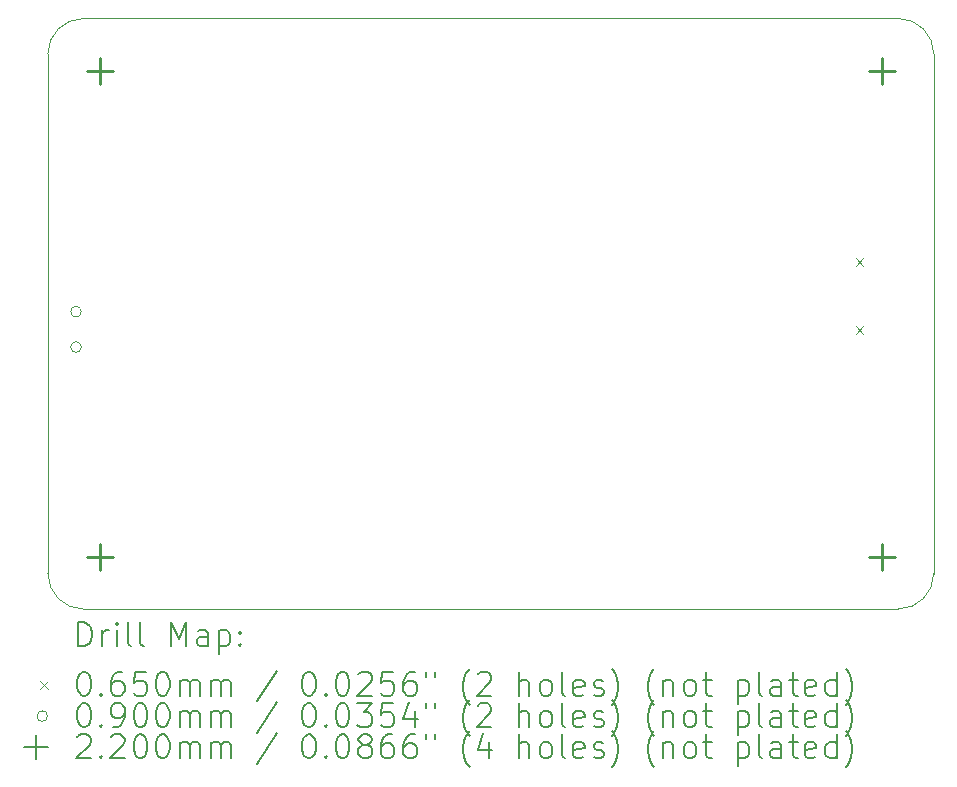
<source format=gbr>
%TF.GenerationSoftware,KiCad,Pcbnew,9.0.4*%
%TF.CreationDate,2025-10-31T21:14:42-06:00*%
%TF.ProjectId,tutorial,7475746f-7269-4616-9c2e-6b696361645f,rev?*%
%TF.SameCoordinates,Original*%
%TF.FileFunction,Drillmap*%
%TF.FilePolarity,Positive*%
%FSLAX45Y45*%
G04 Gerber Fmt 4.5, Leading zero omitted, Abs format (unit mm)*
G04 Created by KiCad (PCBNEW 9.0.4) date 2025-10-31 21:14:42*
%MOMM*%
%LPD*%
G01*
G04 APERTURE LIST*
%ADD10C,0.050000*%
%ADD11C,0.200000*%
%ADD12C,0.100000*%
%ADD13C,0.220000*%
G04 APERTURE END LIST*
D10*
X5900000Y-12650000D02*
X12800000Y-12650000D01*
X5900000Y-7650000D02*
X12800000Y-7650000D01*
X5900000Y-12650000D02*
G75*
G02*
X5600000Y-12350000I0J300000D01*
G01*
X13100000Y-12350000D02*
X13100000Y-7950000D01*
X5600000Y-7950000D02*
G75*
G02*
X5900000Y-7650000I300000J0D01*
G01*
X5600000Y-12350000D02*
X5600000Y-7950000D01*
X12800000Y-7650000D02*
G75*
G02*
X13100000Y-7950000I0J-300000D01*
G01*
X13100000Y-12350000D02*
G75*
G02*
X12800000Y-12650000I-300000J0D01*
G01*
D11*
D12*
X12438500Y-9679500D02*
X12503500Y-9744500D01*
X12503500Y-9679500D02*
X12438500Y-9744500D01*
X12438500Y-10257500D02*
X12503500Y-10322500D01*
X12503500Y-10257500D02*
X12438500Y-10322500D01*
X5883000Y-10132000D02*
G75*
G02*
X5793000Y-10132000I-45000J0D01*
G01*
X5793000Y-10132000D02*
G75*
G02*
X5883000Y-10132000I45000J0D01*
G01*
X5883000Y-10432000D02*
G75*
G02*
X5793000Y-10432000I-45000J0D01*
G01*
X5793000Y-10432000D02*
G75*
G02*
X5883000Y-10432000I45000J0D01*
G01*
D13*
X6041421Y-7981421D02*
X6041421Y-8201421D01*
X5931421Y-8091421D02*
X6151421Y-8091421D01*
X6041421Y-12098579D02*
X6041421Y-12318579D01*
X5931421Y-12208579D02*
X6151421Y-12208579D01*
X12658579Y-7981421D02*
X12658579Y-8201421D01*
X12548579Y-8091421D02*
X12768579Y-8091421D01*
X12658579Y-12098579D02*
X12658579Y-12318579D01*
X12548579Y-12208579D02*
X12768579Y-12208579D01*
D11*
X5858277Y-12963984D02*
X5858277Y-12763984D01*
X5858277Y-12763984D02*
X5905896Y-12763984D01*
X5905896Y-12763984D02*
X5934467Y-12773508D01*
X5934467Y-12773508D02*
X5953515Y-12792555D01*
X5953515Y-12792555D02*
X5963039Y-12811603D01*
X5963039Y-12811603D02*
X5972562Y-12849698D01*
X5972562Y-12849698D02*
X5972562Y-12878269D01*
X5972562Y-12878269D02*
X5963039Y-12916365D01*
X5963039Y-12916365D02*
X5953515Y-12935412D01*
X5953515Y-12935412D02*
X5934467Y-12954460D01*
X5934467Y-12954460D02*
X5905896Y-12963984D01*
X5905896Y-12963984D02*
X5858277Y-12963984D01*
X6058277Y-12963984D02*
X6058277Y-12830650D01*
X6058277Y-12868746D02*
X6067801Y-12849698D01*
X6067801Y-12849698D02*
X6077324Y-12840174D01*
X6077324Y-12840174D02*
X6096372Y-12830650D01*
X6096372Y-12830650D02*
X6115420Y-12830650D01*
X6182086Y-12963984D02*
X6182086Y-12830650D01*
X6182086Y-12763984D02*
X6172562Y-12773508D01*
X6172562Y-12773508D02*
X6182086Y-12783031D01*
X6182086Y-12783031D02*
X6191610Y-12773508D01*
X6191610Y-12773508D02*
X6182086Y-12763984D01*
X6182086Y-12763984D02*
X6182086Y-12783031D01*
X6305896Y-12963984D02*
X6286848Y-12954460D01*
X6286848Y-12954460D02*
X6277324Y-12935412D01*
X6277324Y-12935412D02*
X6277324Y-12763984D01*
X6410658Y-12963984D02*
X6391610Y-12954460D01*
X6391610Y-12954460D02*
X6382086Y-12935412D01*
X6382086Y-12935412D02*
X6382086Y-12763984D01*
X6639229Y-12963984D02*
X6639229Y-12763984D01*
X6639229Y-12763984D02*
X6705896Y-12906841D01*
X6705896Y-12906841D02*
X6772562Y-12763984D01*
X6772562Y-12763984D02*
X6772562Y-12963984D01*
X6953515Y-12963984D02*
X6953515Y-12859222D01*
X6953515Y-12859222D02*
X6943991Y-12840174D01*
X6943991Y-12840174D02*
X6924943Y-12830650D01*
X6924943Y-12830650D02*
X6886848Y-12830650D01*
X6886848Y-12830650D02*
X6867801Y-12840174D01*
X6953515Y-12954460D02*
X6934467Y-12963984D01*
X6934467Y-12963984D02*
X6886848Y-12963984D01*
X6886848Y-12963984D02*
X6867801Y-12954460D01*
X6867801Y-12954460D02*
X6858277Y-12935412D01*
X6858277Y-12935412D02*
X6858277Y-12916365D01*
X6858277Y-12916365D02*
X6867801Y-12897317D01*
X6867801Y-12897317D02*
X6886848Y-12887793D01*
X6886848Y-12887793D02*
X6934467Y-12887793D01*
X6934467Y-12887793D02*
X6953515Y-12878269D01*
X7048753Y-12830650D02*
X7048753Y-13030650D01*
X7048753Y-12840174D02*
X7067801Y-12830650D01*
X7067801Y-12830650D02*
X7105896Y-12830650D01*
X7105896Y-12830650D02*
X7124943Y-12840174D01*
X7124943Y-12840174D02*
X7134467Y-12849698D01*
X7134467Y-12849698D02*
X7143991Y-12868746D01*
X7143991Y-12868746D02*
X7143991Y-12925888D01*
X7143991Y-12925888D02*
X7134467Y-12944936D01*
X7134467Y-12944936D02*
X7124943Y-12954460D01*
X7124943Y-12954460D02*
X7105896Y-12963984D01*
X7105896Y-12963984D02*
X7067801Y-12963984D01*
X7067801Y-12963984D02*
X7048753Y-12954460D01*
X7229705Y-12944936D02*
X7239229Y-12954460D01*
X7239229Y-12954460D02*
X7229705Y-12963984D01*
X7229705Y-12963984D02*
X7220182Y-12954460D01*
X7220182Y-12954460D02*
X7229705Y-12944936D01*
X7229705Y-12944936D02*
X7229705Y-12963984D01*
X7229705Y-12840174D02*
X7239229Y-12849698D01*
X7239229Y-12849698D02*
X7229705Y-12859222D01*
X7229705Y-12859222D02*
X7220182Y-12849698D01*
X7220182Y-12849698D02*
X7229705Y-12840174D01*
X7229705Y-12840174D02*
X7229705Y-12859222D01*
D12*
X5532500Y-13260000D02*
X5597500Y-13325000D01*
X5597500Y-13260000D02*
X5532500Y-13325000D01*
D11*
X5896372Y-13183984D02*
X5915420Y-13183984D01*
X5915420Y-13183984D02*
X5934467Y-13193508D01*
X5934467Y-13193508D02*
X5943991Y-13203031D01*
X5943991Y-13203031D02*
X5953515Y-13222079D01*
X5953515Y-13222079D02*
X5963039Y-13260174D01*
X5963039Y-13260174D02*
X5963039Y-13307793D01*
X5963039Y-13307793D02*
X5953515Y-13345888D01*
X5953515Y-13345888D02*
X5943991Y-13364936D01*
X5943991Y-13364936D02*
X5934467Y-13374460D01*
X5934467Y-13374460D02*
X5915420Y-13383984D01*
X5915420Y-13383984D02*
X5896372Y-13383984D01*
X5896372Y-13383984D02*
X5877324Y-13374460D01*
X5877324Y-13374460D02*
X5867801Y-13364936D01*
X5867801Y-13364936D02*
X5858277Y-13345888D01*
X5858277Y-13345888D02*
X5848753Y-13307793D01*
X5848753Y-13307793D02*
X5848753Y-13260174D01*
X5848753Y-13260174D02*
X5858277Y-13222079D01*
X5858277Y-13222079D02*
X5867801Y-13203031D01*
X5867801Y-13203031D02*
X5877324Y-13193508D01*
X5877324Y-13193508D02*
X5896372Y-13183984D01*
X6048753Y-13364936D02*
X6058277Y-13374460D01*
X6058277Y-13374460D02*
X6048753Y-13383984D01*
X6048753Y-13383984D02*
X6039229Y-13374460D01*
X6039229Y-13374460D02*
X6048753Y-13364936D01*
X6048753Y-13364936D02*
X6048753Y-13383984D01*
X6229705Y-13183984D02*
X6191610Y-13183984D01*
X6191610Y-13183984D02*
X6172562Y-13193508D01*
X6172562Y-13193508D02*
X6163039Y-13203031D01*
X6163039Y-13203031D02*
X6143991Y-13231603D01*
X6143991Y-13231603D02*
X6134467Y-13269698D01*
X6134467Y-13269698D02*
X6134467Y-13345888D01*
X6134467Y-13345888D02*
X6143991Y-13364936D01*
X6143991Y-13364936D02*
X6153515Y-13374460D01*
X6153515Y-13374460D02*
X6172562Y-13383984D01*
X6172562Y-13383984D02*
X6210658Y-13383984D01*
X6210658Y-13383984D02*
X6229705Y-13374460D01*
X6229705Y-13374460D02*
X6239229Y-13364936D01*
X6239229Y-13364936D02*
X6248753Y-13345888D01*
X6248753Y-13345888D02*
X6248753Y-13298269D01*
X6248753Y-13298269D02*
X6239229Y-13279222D01*
X6239229Y-13279222D02*
X6229705Y-13269698D01*
X6229705Y-13269698D02*
X6210658Y-13260174D01*
X6210658Y-13260174D02*
X6172562Y-13260174D01*
X6172562Y-13260174D02*
X6153515Y-13269698D01*
X6153515Y-13269698D02*
X6143991Y-13279222D01*
X6143991Y-13279222D02*
X6134467Y-13298269D01*
X6429705Y-13183984D02*
X6334467Y-13183984D01*
X6334467Y-13183984D02*
X6324943Y-13279222D01*
X6324943Y-13279222D02*
X6334467Y-13269698D01*
X6334467Y-13269698D02*
X6353515Y-13260174D01*
X6353515Y-13260174D02*
X6401134Y-13260174D01*
X6401134Y-13260174D02*
X6420182Y-13269698D01*
X6420182Y-13269698D02*
X6429705Y-13279222D01*
X6429705Y-13279222D02*
X6439229Y-13298269D01*
X6439229Y-13298269D02*
X6439229Y-13345888D01*
X6439229Y-13345888D02*
X6429705Y-13364936D01*
X6429705Y-13364936D02*
X6420182Y-13374460D01*
X6420182Y-13374460D02*
X6401134Y-13383984D01*
X6401134Y-13383984D02*
X6353515Y-13383984D01*
X6353515Y-13383984D02*
X6334467Y-13374460D01*
X6334467Y-13374460D02*
X6324943Y-13364936D01*
X6563039Y-13183984D02*
X6582086Y-13183984D01*
X6582086Y-13183984D02*
X6601134Y-13193508D01*
X6601134Y-13193508D02*
X6610658Y-13203031D01*
X6610658Y-13203031D02*
X6620182Y-13222079D01*
X6620182Y-13222079D02*
X6629705Y-13260174D01*
X6629705Y-13260174D02*
X6629705Y-13307793D01*
X6629705Y-13307793D02*
X6620182Y-13345888D01*
X6620182Y-13345888D02*
X6610658Y-13364936D01*
X6610658Y-13364936D02*
X6601134Y-13374460D01*
X6601134Y-13374460D02*
X6582086Y-13383984D01*
X6582086Y-13383984D02*
X6563039Y-13383984D01*
X6563039Y-13383984D02*
X6543991Y-13374460D01*
X6543991Y-13374460D02*
X6534467Y-13364936D01*
X6534467Y-13364936D02*
X6524943Y-13345888D01*
X6524943Y-13345888D02*
X6515420Y-13307793D01*
X6515420Y-13307793D02*
X6515420Y-13260174D01*
X6515420Y-13260174D02*
X6524943Y-13222079D01*
X6524943Y-13222079D02*
X6534467Y-13203031D01*
X6534467Y-13203031D02*
X6543991Y-13193508D01*
X6543991Y-13193508D02*
X6563039Y-13183984D01*
X6715420Y-13383984D02*
X6715420Y-13250650D01*
X6715420Y-13269698D02*
X6724943Y-13260174D01*
X6724943Y-13260174D02*
X6743991Y-13250650D01*
X6743991Y-13250650D02*
X6772563Y-13250650D01*
X6772563Y-13250650D02*
X6791610Y-13260174D01*
X6791610Y-13260174D02*
X6801134Y-13279222D01*
X6801134Y-13279222D02*
X6801134Y-13383984D01*
X6801134Y-13279222D02*
X6810658Y-13260174D01*
X6810658Y-13260174D02*
X6829705Y-13250650D01*
X6829705Y-13250650D02*
X6858277Y-13250650D01*
X6858277Y-13250650D02*
X6877324Y-13260174D01*
X6877324Y-13260174D02*
X6886848Y-13279222D01*
X6886848Y-13279222D02*
X6886848Y-13383984D01*
X6982086Y-13383984D02*
X6982086Y-13250650D01*
X6982086Y-13269698D02*
X6991610Y-13260174D01*
X6991610Y-13260174D02*
X7010658Y-13250650D01*
X7010658Y-13250650D02*
X7039229Y-13250650D01*
X7039229Y-13250650D02*
X7058277Y-13260174D01*
X7058277Y-13260174D02*
X7067801Y-13279222D01*
X7067801Y-13279222D02*
X7067801Y-13383984D01*
X7067801Y-13279222D02*
X7077324Y-13260174D01*
X7077324Y-13260174D02*
X7096372Y-13250650D01*
X7096372Y-13250650D02*
X7124943Y-13250650D01*
X7124943Y-13250650D02*
X7143991Y-13260174D01*
X7143991Y-13260174D02*
X7153515Y-13279222D01*
X7153515Y-13279222D02*
X7153515Y-13383984D01*
X7543991Y-13174460D02*
X7372563Y-13431603D01*
X7801134Y-13183984D02*
X7820182Y-13183984D01*
X7820182Y-13183984D02*
X7839229Y-13193508D01*
X7839229Y-13193508D02*
X7848753Y-13203031D01*
X7848753Y-13203031D02*
X7858277Y-13222079D01*
X7858277Y-13222079D02*
X7867801Y-13260174D01*
X7867801Y-13260174D02*
X7867801Y-13307793D01*
X7867801Y-13307793D02*
X7858277Y-13345888D01*
X7858277Y-13345888D02*
X7848753Y-13364936D01*
X7848753Y-13364936D02*
X7839229Y-13374460D01*
X7839229Y-13374460D02*
X7820182Y-13383984D01*
X7820182Y-13383984D02*
X7801134Y-13383984D01*
X7801134Y-13383984D02*
X7782086Y-13374460D01*
X7782086Y-13374460D02*
X7772563Y-13364936D01*
X7772563Y-13364936D02*
X7763039Y-13345888D01*
X7763039Y-13345888D02*
X7753515Y-13307793D01*
X7753515Y-13307793D02*
X7753515Y-13260174D01*
X7753515Y-13260174D02*
X7763039Y-13222079D01*
X7763039Y-13222079D02*
X7772563Y-13203031D01*
X7772563Y-13203031D02*
X7782086Y-13193508D01*
X7782086Y-13193508D02*
X7801134Y-13183984D01*
X7953515Y-13364936D02*
X7963039Y-13374460D01*
X7963039Y-13374460D02*
X7953515Y-13383984D01*
X7953515Y-13383984D02*
X7943991Y-13374460D01*
X7943991Y-13374460D02*
X7953515Y-13364936D01*
X7953515Y-13364936D02*
X7953515Y-13383984D01*
X8086848Y-13183984D02*
X8105896Y-13183984D01*
X8105896Y-13183984D02*
X8124944Y-13193508D01*
X8124944Y-13193508D02*
X8134467Y-13203031D01*
X8134467Y-13203031D02*
X8143991Y-13222079D01*
X8143991Y-13222079D02*
X8153515Y-13260174D01*
X8153515Y-13260174D02*
X8153515Y-13307793D01*
X8153515Y-13307793D02*
X8143991Y-13345888D01*
X8143991Y-13345888D02*
X8134467Y-13364936D01*
X8134467Y-13364936D02*
X8124944Y-13374460D01*
X8124944Y-13374460D02*
X8105896Y-13383984D01*
X8105896Y-13383984D02*
X8086848Y-13383984D01*
X8086848Y-13383984D02*
X8067801Y-13374460D01*
X8067801Y-13374460D02*
X8058277Y-13364936D01*
X8058277Y-13364936D02*
X8048753Y-13345888D01*
X8048753Y-13345888D02*
X8039229Y-13307793D01*
X8039229Y-13307793D02*
X8039229Y-13260174D01*
X8039229Y-13260174D02*
X8048753Y-13222079D01*
X8048753Y-13222079D02*
X8058277Y-13203031D01*
X8058277Y-13203031D02*
X8067801Y-13193508D01*
X8067801Y-13193508D02*
X8086848Y-13183984D01*
X8229706Y-13203031D02*
X8239229Y-13193508D01*
X8239229Y-13193508D02*
X8258277Y-13183984D01*
X8258277Y-13183984D02*
X8305896Y-13183984D01*
X8305896Y-13183984D02*
X8324944Y-13193508D01*
X8324944Y-13193508D02*
X8334467Y-13203031D01*
X8334467Y-13203031D02*
X8343991Y-13222079D01*
X8343991Y-13222079D02*
X8343991Y-13241127D01*
X8343991Y-13241127D02*
X8334467Y-13269698D01*
X8334467Y-13269698D02*
X8220182Y-13383984D01*
X8220182Y-13383984D02*
X8343991Y-13383984D01*
X8524944Y-13183984D02*
X8429706Y-13183984D01*
X8429706Y-13183984D02*
X8420182Y-13279222D01*
X8420182Y-13279222D02*
X8429706Y-13269698D01*
X8429706Y-13269698D02*
X8448753Y-13260174D01*
X8448753Y-13260174D02*
X8496372Y-13260174D01*
X8496372Y-13260174D02*
X8515420Y-13269698D01*
X8515420Y-13269698D02*
X8524944Y-13279222D01*
X8524944Y-13279222D02*
X8534468Y-13298269D01*
X8534468Y-13298269D02*
X8534468Y-13345888D01*
X8534468Y-13345888D02*
X8524944Y-13364936D01*
X8524944Y-13364936D02*
X8515420Y-13374460D01*
X8515420Y-13374460D02*
X8496372Y-13383984D01*
X8496372Y-13383984D02*
X8448753Y-13383984D01*
X8448753Y-13383984D02*
X8429706Y-13374460D01*
X8429706Y-13374460D02*
X8420182Y-13364936D01*
X8705896Y-13183984D02*
X8667801Y-13183984D01*
X8667801Y-13183984D02*
X8648753Y-13193508D01*
X8648753Y-13193508D02*
X8639229Y-13203031D01*
X8639229Y-13203031D02*
X8620182Y-13231603D01*
X8620182Y-13231603D02*
X8610658Y-13269698D01*
X8610658Y-13269698D02*
X8610658Y-13345888D01*
X8610658Y-13345888D02*
X8620182Y-13364936D01*
X8620182Y-13364936D02*
X8629706Y-13374460D01*
X8629706Y-13374460D02*
X8648753Y-13383984D01*
X8648753Y-13383984D02*
X8686849Y-13383984D01*
X8686849Y-13383984D02*
X8705896Y-13374460D01*
X8705896Y-13374460D02*
X8715420Y-13364936D01*
X8715420Y-13364936D02*
X8724944Y-13345888D01*
X8724944Y-13345888D02*
X8724944Y-13298269D01*
X8724944Y-13298269D02*
X8715420Y-13279222D01*
X8715420Y-13279222D02*
X8705896Y-13269698D01*
X8705896Y-13269698D02*
X8686849Y-13260174D01*
X8686849Y-13260174D02*
X8648753Y-13260174D01*
X8648753Y-13260174D02*
X8629706Y-13269698D01*
X8629706Y-13269698D02*
X8620182Y-13279222D01*
X8620182Y-13279222D02*
X8610658Y-13298269D01*
X8801134Y-13183984D02*
X8801134Y-13222079D01*
X8877325Y-13183984D02*
X8877325Y-13222079D01*
X9172563Y-13460174D02*
X9163039Y-13450650D01*
X9163039Y-13450650D02*
X9143991Y-13422079D01*
X9143991Y-13422079D02*
X9134468Y-13403031D01*
X9134468Y-13403031D02*
X9124944Y-13374460D01*
X9124944Y-13374460D02*
X9115420Y-13326841D01*
X9115420Y-13326841D02*
X9115420Y-13288746D01*
X9115420Y-13288746D02*
X9124944Y-13241127D01*
X9124944Y-13241127D02*
X9134468Y-13212555D01*
X9134468Y-13212555D02*
X9143991Y-13193508D01*
X9143991Y-13193508D02*
X9163039Y-13164936D01*
X9163039Y-13164936D02*
X9172563Y-13155412D01*
X9239230Y-13203031D02*
X9248753Y-13193508D01*
X9248753Y-13193508D02*
X9267801Y-13183984D01*
X9267801Y-13183984D02*
X9315420Y-13183984D01*
X9315420Y-13183984D02*
X9334468Y-13193508D01*
X9334468Y-13193508D02*
X9343991Y-13203031D01*
X9343991Y-13203031D02*
X9353515Y-13222079D01*
X9353515Y-13222079D02*
X9353515Y-13241127D01*
X9353515Y-13241127D02*
X9343991Y-13269698D01*
X9343991Y-13269698D02*
X9229706Y-13383984D01*
X9229706Y-13383984D02*
X9353515Y-13383984D01*
X9591611Y-13383984D02*
X9591611Y-13183984D01*
X9677325Y-13383984D02*
X9677325Y-13279222D01*
X9677325Y-13279222D02*
X9667801Y-13260174D01*
X9667801Y-13260174D02*
X9648753Y-13250650D01*
X9648753Y-13250650D02*
X9620182Y-13250650D01*
X9620182Y-13250650D02*
X9601134Y-13260174D01*
X9601134Y-13260174D02*
X9591611Y-13269698D01*
X9801134Y-13383984D02*
X9782087Y-13374460D01*
X9782087Y-13374460D02*
X9772563Y-13364936D01*
X9772563Y-13364936D02*
X9763039Y-13345888D01*
X9763039Y-13345888D02*
X9763039Y-13288746D01*
X9763039Y-13288746D02*
X9772563Y-13269698D01*
X9772563Y-13269698D02*
X9782087Y-13260174D01*
X9782087Y-13260174D02*
X9801134Y-13250650D01*
X9801134Y-13250650D02*
X9829706Y-13250650D01*
X9829706Y-13250650D02*
X9848753Y-13260174D01*
X9848753Y-13260174D02*
X9858277Y-13269698D01*
X9858277Y-13269698D02*
X9867801Y-13288746D01*
X9867801Y-13288746D02*
X9867801Y-13345888D01*
X9867801Y-13345888D02*
X9858277Y-13364936D01*
X9858277Y-13364936D02*
X9848753Y-13374460D01*
X9848753Y-13374460D02*
X9829706Y-13383984D01*
X9829706Y-13383984D02*
X9801134Y-13383984D01*
X9982087Y-13383984D02*
X9963039Y-13374460D01*
X9963039Y-13374460D02*
X9953515Y-13355412D01*
X9953515Y-13355412D02*
X9953515Y-13183984D01*
X10134468Y-13374460D02*
X10115420Y-13383984D01*
X10115420Y-13383984D02*
X10077325Y-13383984D01*
X10077325Y-13383984D02*
X10058277Y-13374460D01*
X10058277Y-13374460D02*
X10048753Y-13355412D01*
X10048753Y-13355412D02*
X10048753Y-13279222D01*
X10048753Y-13279222D02*
X10058277Y-13260174D01*
X10058277Y-13260174D02*
X10077325Y-13250650D01*
X10077325Y-13250650D02*
X10115420Y-13250650D01*
X10115420Y-13250650D02*
X10134468Y-13260174D01*
X10134468Y-13260174D02*
X10143992Y-13279222D01*
X10143992Y-13279222D02*
X10143992Y-13298269D01*
X10143992Y-13298269D02*
X10048753Y-13317317D01*
X10220182Y-13374460D02*
X10239230Y-13383984D01*
X10239230Y-13383984D02*
X10277325Y-13383984D01*
X10277325Y-13383984D02*
X10296373Y-13374460D01*
X10296373Y-13374460D02*
X10305896Y-13355412D01*
X10305896Y-13355412D02*
X10305896Y-13345888D01*
X10305896Y-13345888D02*
X10296373Y-13326841D01*
X10296373Y-13326841D02*
X10277325Y-13317317D01*
X10277325Y-13317317D02*
X10248753Y-13317317D01*
X10248753Y-13317317D02*
X10229706Y-13307793D01*
X10229706Y-13307793D02*
X10220182Y-13288746D01*
X10220182Y-13288746D02*
X10220182Y-13279222D01*
X10220182Y-13279222D02*
X10229706Y-13260174D01*
X10229706Y-13260174D02*
X10248753Y-13250650D01*
X10248753Y-13250650D02*
X10277325Y-13250650D01*
X10277325Y-13250650D02*
X10296373Y-13260174D01*
X10372563Y-13460174D02*
X10382087Y-13450650D01*
X10382087Y-13450650D02*
X10401134Y-13422079D01*
X10401134Y-13422079D02*
X10410658Y-13403031D01*
X10410658Y-13403031D02*
X10420182Y-13374460D01*
X10420182Y-13374460D02*
X10429706Y-13326841D01*
X10429706Y-13326841D02*
X10429706Y-13288746D01*
X10429706Y-13288746D02*
X10420182Y-13241127D01*
X10420182Y-13241127D02*
X10410658Y-13212555D01*
X10410658Y-13212555D02*
X10401134Y-13193508D01*
X10401134Y-13193508D02*
X10382087Y-13164936D01*
X10382087Y-13164936D02*
X10372563Y-13155412D01*
X10734468Y-13460174D02*
X10724944Y-13450650D01*
X10724944Y-13450650D02*
X10705896Y-13422079D01*
X10705896Y-13422079D02*
X10696373Y-13403031D01*
X10696373Y-13403031D02*
X10686849Y-13374460D01*
X10686849Y-13374460D02*
X10677325Y-13326841D01*
X10677325Y-13326841D02*
X10677325Y-13288746D01*
X10677325Y-13288746D02*
X10686849Y-13241127D01*
X10686849Y-13241127D02*
X10696373Y-13212555D01*
X10696373Y-13212555D02*
X10705896Y-13193508D01*
X10705896Y-13193508D02*
X10724944Y-13164936D01*
X10724944Y-13164936D02*
X10734468Y-13155412D01*
X10810658Y-13250650D02*
X10810658Y-13383984D01*
X10810658Y-13269698D02*
X10820182Y-13260174D01*
X10820182Y-13260174D02*
X10839230Y-13250650D01*
X10839230Y-13250650D02*
X10867801Y-13250650D01*
X10867801Y-13250650D02*
X10886849Y-13260174D01*
X10886849Y-13260174D02*
X10896373Y-13279222D01*
X10896373Y-13279222D02*
X10896373Y-13383984D01*
X11020182Y-13383984D02*
X11001134Y-13374460D01*
X11001134Y-13374460D02*
X10991611Y-13364936D01*
X10991611Y-13364936D02*
X10982087Y-13345888D01*
X10982087Y-13345888D02*
X10982087Y-13288746D01*
X10982087Y-13288746D02*
X10991611Y-13269698D01*
X10991611Y-13269698D02*
X11001134Y-13260174D01*
X11001134Y-13260174D02*
X11020182Y-13250650D01*
X11020182Y-13250650D02*
X11048754Y-13250650D01*
X11048754Y-13250650D02*
X11067801Y-13260174D01*
X11067801Y-13260174D02*
X11077325Y-13269698D01*
X11077325Y-13269698D02*
X11086849Y-13288746D01*
X11086849Y-13288746D02*
X11086849Y-13345888D01*
X11086849Y-13345888D02*
X11077325Y-13364936D01*
X11077325Y-13364936D02*
X11067801Y-13374460D01*
X11067801Y-13374460D02*
X11048754Y-13383984D01*
X11048754Y-13383984D02*
X11020182Y-13383984D01*
X11143992Y-13250650D02*
X11220182Y-13250650D01*
X11172563Y-13183984D02*
X11172563Y-13355412D01*
X11172563Y-13355412D02*
X11182087Y-13374460D01*
X11182087Y-13374460D02*
X11201134Y-13383984D01*
X11201134Y-13383984D02*
X11220182Y-13383984D01*
X11439230Y-13250650D02*
X11439230Y-13450650D01*
X11439230Y-13260174D02*
X11458277Y-13250650D01*
X11458277Y-13250650D02*
X11496373Y-13250650D01*
X11496373Y-13250650D02*
X11515420Y-13260174D01*
X11515420Y-13260174D02*
X11524944Y-13269698D01*
X11524944Y-13269698D02*
X11534468Y-13288746D01*
X11534468Y-13288746D02*
X11534468Y-13345888D01*
X11534468Y-13345888D02*
X11524944Y-13364936D01*
X11524944Y-13364936D02*
X11515420Y-13374460D01*
X11515420Y-13374460D02*
X11496373Y-13383984D01*
X11496373Y-13383984D02*
X11458277Y-13383984D01*
X11458277Y-13383984D02*
X11439230Y-13374460D01*
X11648753Y-13383984D02*
X11629706Y-13374460D01*
X11629706Y-13374460D02*
X11620182Y-13355412D01*
X11620182Y-13355412D02*
X11620182Y-13183984D01*
X11810658Y-13383984D02*
X11810658Y-13279222D01*
X11810658Y-13279222D02*
X11801134Y-13260174D01*
X11801134Y-13260174D02*
X11782087Y-13250650D01*
X11782087Y-13250650D02*
X11743992Y-13250650D01*
X11743992Y-13250650D02*
X11724944Y-13260174D01*
X11810658Y-13374460D02*
X11791611Y-13383984D01*
X11791611Y-13383984D02*
X11743992Y-13383984D01*
X11743992Y-13383984D02*
X11724944Y-13374460D01*
X11724944Y-13374460D02*
X11715420Y-13355412D01*
X11715420Y-13355412D02*
X11715420Y-13336365D01*
X11715420Y-13336365D02*
X11724944Y-13317317D01*
X11724944Y-13317317D02*
X11743992Y-13307793D01*
X11743992Y-13307793D02*
X11791611Y-13307793D01*
X11791611Y-13307793D02*
X11810658Y-13298269D01*
X11877325Y-13250650D02*
X11953515Y-13250650D01*
X11905896Y-13183984D02*
X11905896Y-13355412D01*
X11905896Y-13355412D02*
X11915420Y-13374460D01*
X11915420Y-13374460D02*
X11934468Y-13383984D01*
X11934468Y-13383984D02*
X11953515Y-13383984D01*
X12096373Y-13374460D02*
X12077325Y-13383984D01*
X12077325Y-13383984D02*
X12039230Y-13383984D01*
X12039230Y-13383984D02*
X12020182Y-13374460D01*
X12020182Y-13374460D02*
X12010658Y-13355412D01*
X12010658Y-13355412D02*
X12010658Y-13279222D01*
X12010658Y-13279222D02*
X12020182Y-13260174D01*
X12020182Y-13260174D02*
X12039230Y-13250650D01*
X12039230Y-13250650D02*
X12077325Y-13250650D01*
X12077325Y-13250650D02*
X12096373Y-13260174D01*
X12096373Y-13260174D02*
X12105896Y-13279222D01*
X12105896Y-13279222D02*
X12105896Y-13298269D01*
X12105896Y-13298269D02*
X12010658Y-13317317D01*
X12277325Y-13383984D02*
X12277325Y-13183984D01*
X12277325Y-13374460D02*
X12258277Y-13383984D01*
X12258277Y-13383984D02*
X12220182Y-13383984D01*
X12220182Y-13383984D02*
X12201134Y-13374460D01*
X12201134Y-13374460D02*
X12191611Y-13364936D01*
X12191611Y-13364936D02*
X12182087Y-13345888D01*
X12182087Y-13345888D02*
X12182087Y-13288746D01*
X12182087Y-13288746D02*
X12191611Y-13269698D01*
X12191611Y-13269698D02*
X12201134Y-13260174D01*
X12201134Y-13260174D02*
X12220182Y-13250650D01*
X12220182Y-13250650D02*
X12258277Y-13250650D01*
X12258277Y-13250650D02*
X12277325Y-13260174D01*
X12353515Y-13460174D02*
X12363039Y-13450650D01*
X12363039Y-13450650D02*
X12382087Y-13422079D01*
X12382087Y-13422079D02*
X12391611Y-13403031D01*
X12391611Y-13403031D02*
X12401134Y-13374460D01*
X12401134Y-13374460D02*
X12410658Y-13326841D01*
X12410658Y-13326841D02*
X12410658Y-13288746D01*
X12410658Y-13288746D02*
X12401134Y-13241127D01*
X12401134Y-13241127D02*
X12391611Y-13212555D01*
X12391611Y-13212555D02*
X12382087Y-13193508D01*
X12382087Y-13193508D02*
X12363039Y-13164936D01*
X12363039Y-13164936D02*
X12353515Y-13155412D01*
D12*
X5597500Y-13556500D02*
G75*
G02*
X5507500Y-13556500I-45000J0D01*
G01*
X5507500Y-13556500D02*
G75*
G02*
X5597500Y-13556500I45000J0D01*
G01*
D11*
X5896372Y-13447984D02*
X5915420Y-13447984D01*
X5915420Y-13447984D02*
X5934467Y-13457508D01*
X5934467Y-13457508D02*
X5943991Y-13467031D01*
X5943991Y-13467031D02*
X5953515Y-13486079D01*
X5953515Y-13486079D02*
X5963039Y-13524174D01*
X5963039Y-13524174D02*
X5963039Y-13571793D01*
X5963039Y-13571793D02*
X5953515Y-13609888D01*
X5953515Y-13609888D02*
X5943991Y-13628936D01*
X5943991Y-13628936D02*
X5934467Y-13638460D01*
X5934467Y-13638460D02*
X5915420Y-13647984D01*
X5915420Y-13647984D02*
X5896372Y-13647984D01*
X5896372Y-13647984D02*
X5877324Y-13638460D01*
X5877324Y-13638460D02*
X5867801Y-13628936D01*
X5867801Y-13628936D02*
X5858277Y-13609888D01*
X5858277Y-13609888D02*
X5848753Y-13571793D01*
X5848753Y-13571793D02*
X5848753Y-13524174D01*
X5848753Y-13524174D02*
X5858277Y-13486079D01*
X5858277Y-13486079D02*
X5867801Y-13467031D01*
X5867801Y-13467031D02*
X5877324Y-13457508D01*
X5877324Y-13457508D02*
X5896372Y-13447984D01*
X6048753Y-13628936D02*
X6058277Y-13638460D01*
X6058277Y-13638460D02*
X6048753Y-13647984D01*
X6048753Y-13647984D02*
X6039229Y-13638460D01*
X6039229Y-13638460D02*
X6048753Y-13628936D01*
X6048753Y-13628936D02*
X6048753Y-13647984D01*
X6153515Y-13647984D02*
X6191610Y-13647984D01*
X6191610Y-13647984D02*
X6210658Y-13638460D01*
X6210658Y-13638460D02*
X6220182Y-13628936D01*
X6220182Y-13628936D02*
X6239229Y-13600365D01*
X6239229Y-13600365D02*
X6248753Y-13562269D01*
X6248753Y-13562269D02*
X6248753Y-13486079D01*
X6248753Y-13486079D02*
X6239229Y-13467031D01*
X6239229Y-13467031D02*
X6229705Y-13457508D01*
X6229705Y-13457508D02*
X6210658Y-13447984D01*
X6210658Y-13447984D02*
X6172562Y-13447984D01*
X6172562Y-13447984D02*
X6153515Y-13457508D01*
X6153515Y-13457508D02*
X6143991Y-13467031D01*
X6143991Y-13467031D02*
X6134467Y-13486079D01*
X6134467Y-13486079D02*
X6134467Y-13533698D01*
X6134467Y-13533698D02*
X6143991Y-13552746D01*
X6143991Y-13552746D02*
X6153515Y-13562269D01*
X6153515Y-13562269D02*
X6172562Y-13571793D01*
X6172562Y-13571793D02*
X6210658Y-13571793D01*
X6210658Y-13571793D02*
X6229705Y-13562269D01*
X6229705Y-13562269D02*
X6239229Y-13552746D01*
X6239229Y-13552746D02*
X6248753Y-13533698D01*
X6372562Y-13447984D02*
X6391610Y-13447984D01*
X6391610Y-13447984D02*
X6410658Y-13457508D01*
X6410658Y-13457508D02*
X6420182Y-13467031D01*
X6420182Y-13467031D02*
X6429705Y-13486079D01*
X6429705Y-13486079D02*
X6439229Y-13524174D01*
X6439229Y-13524174D02*
X6439229Y-13571793D01*
X6439229Y-13571793D02*
X6429705Y-13609888D01*
X6429705Y-13609888D02*
X6420182Y-13628936D01*
X6420182Y-13628936D02*
X6410658Y-13638460D01*
X6410658Y-13638460D02*
X6391610Y-13647984D01*
X6391610Y-13647984D02*
X6372562Y-13647984D01*
X6372562Y-13647984D02*
X6353515Y-13638460D01*
X6353515Y-13638460D02*
X6343991Y-13628936D01*
X6343991Y-13628936D02*
X6334467Y-13609888D01*
X6334467Y-13609888D02*
X6324943Y-13571793D01*
X6324943Y-13571793D02*
X6324943Y-13524174D01*
X6324943Y-13524174D02*
X6334467Y-13486079D01*
X6334467Y-13486079D02*
X6343991Y-13467031D01*
X6343991Y-13467031D02*
X6353515Y-13457508D01*
X6353515Y-13457508D02*
X6372562Y-13447984D01*
X6563039Y-13447984D02*
X6582086Y-13447984D01*
X6582086Y-13447984D02*
X6601134Y-13457508D01*
X6601134Y-13457508D02*
X6610658Y-13467031D01*
X6610658Y-13467031D02*
X6620182Y-13486079D01*
X6620182Y-13486079D02*
X6629705Y-13524174D01*
X6629705Y-13524174D02*
X6629705Y-13571793D01*
X6629705Y-13571793D02*
X6620182Y-13609888D01*
X6620182Y-13609888D02*
X6610658Y-13628936D01*
X6610658Y-13628936D02*
X6601134Y-13638460D01*
X6601134Y-13638460D02*
X6582086Y-13647984D01*
X6582086Y-13647984D02*
X6563039Y-13647984D01*
X6563039Y-13647984D02*
X6543991Y-13638460D01*
X6543991Y-13638460D02*
X6534467Y-13628936D01*
X6534467Y-13628936D02*
X6524943Y-13609888D01*
X6524943Y-13609888D02*
X6515420Y-13571793D01*
X6515420Y-13571793D02*
X6515420Y-13524174D01*
X6515420Y-13524174D02*
X6524943Y-13486079D01*
X6524943Y-13486079D02*
X6534467Y-13467031D01*
X6534467Y-13467031D02*
X6543991Y-13457508D01*
X6543991Y-13457508D02*
X6563039Y-13447984D01*
X6715420Y-13647984D02*
X6715420Y-13514650D01*
X6715420Y-13533698D02*
X6724943Y-13524174D01*
X6724943Y-13524174D02*
X6743991Y-13514650D01*
X6743991Y-13514650D02*
X6772563Y-13514650D01*
X6772563Y-13514650D02*
X6791610Y-13524174D01*
X6791610Y-13524174D02*
X6801134Y-13543222D01*
X6801134Y-13543222D02*
X6801134Y-13647984D01*
X6801134Y-13543222D02*
X6810658Y-13524174D01*
X6810658Y-13524174D02*
X6829705Y-13514650D01*
X6829705Y-13514650D02*
X6858277Y-13514650D01*
X6858277Y-13514650D02*
X6877324Y-13524174D01*
X6877324Y-13524174D02*
X6886848Y-13543222D01*
X6886848Y-13543222D02*
X6886848Y-13647984D01*
X6982086Y-13647984D02*
X6982086Y-13514650D01*
X6982086Y-13533698D02*
X6991610Y-13524174D01*
X6991610Y-13524174D02*
X7010658Y-13514650D01*
X7010658Y-13514650D02*
X7039229Y-13514650D01*
X7039229Y-13514650D02*
X7058277Y-13524174D01*
X7058277Y-13524174D02*
X7067801Y-13543222D01*
X7067801Y-13543222D02*
X7067801Y-13647984D01*
X7067801Y-13543222D02*
X7077324Y-13524174D01*
X7077324Y-13524174D02*
X7096372Y-13514650D01*
X7096372Y-13514650D02*
X7124943Y-13514650D01*
X7124943Y-13514650D02*
X7143991Y-13524174D01*
X7143991Y-13524174D02*
X7153515Y-13543222D01*
X7153515Y-13543222D02*
X7153515Y-13647984D01*
X7543991Y-13438460D02*
X7372563Y-13695603D01*
X7801134Y-13447984D02*
X7820182Y-13447984D01*
X7820182Y-13447984D02*
X7839229Y-13457508D01*
X7839229Y-13457508D02*
X7848753Y-13467031D01*
X7848753Y-13467031D02*
X7858277Y-13486079D01*
X7858277Y-13486079D02*
X7867801Y-13524174D01*
X7867801Y-13524174D02*
X7867801Y-13571793D01*
X7867801Y-13571793D02*
X7858277Y-13609888D01*
X7858277Y-13609888D02*
X7848753Y-13628936D01*
X7848753Y-13628936D02*
X7839229Y-13638460D01*
X7839229Y-13638460D02*
X7820182Y-13647984D01*
X7820182Y-13647984D02*
X7801134Y-13647984D01*
X7801134Y-13647984D02*
X7782086Y-13638460D01*
X7782086Y-13638460D02*
X7772563Y-13628936D01*
X7772563Y-13628936D02*
X7763039Y-13609888D01*
X7763039Y-13609888D02*
X7753515Y-13571793D01*
X7753515Y-13571793D02*
X7753515Y-13524174D01*
X7753515Y-13524174D02*
X7763039Y-13486079D01*
X7763039Y-13486079D02*
X7772563Y-13467031D01*
X7772563Y-13467031D02*
X7782086Y-13457508D01*
X7782086Y-13457508D02*
X7801134Y-13447984D01*
X7953515Y-13628936D02*
X7963039Y-13638460D01*
X7963039Y-13638460D02*
X7953515Y-13647984D01*
X7953515Y-13647984D02*
X7943991Y-13638460D01*
X7943991Y-13638460D02*
X7953515Y-13628936D01*
X7953515Y-13628936D02*
X7953515Y-13647984D01*
X8086848Y-13447984D02*
X8105896Y-13447984D01*
X8105896Y-13447984D02*
X8124944Y-13457508D01*
X8124944Y-13457508D02*
X8134467Y-13467031D01*
X8134467Y-13467031D02*
X8143991Y-13486079D01*
X8143991Y-13486079D02*
X8153515Y-13524174D01*
X8153515Y-13524174D02*
X8153515Y-13571793D01*
X8153515Y-13571793D02*
X8143991Y-13609888D01*
X8143991Y-13609888D02*
X8134467Y-13628936D01*
X8134467Y-13628936D02*
X8124944Y-13638460D01*
X8124944Y-13638460D02*
X8105896Y-13647984D01*
X8105896Y-13647984D02*
X8086848Y-13647984D01*
X8086848Y-13647984D02*
X8067801Y-13638460D01*
X8067801Y-13638460D02*
X8058277Y-13628936D01*
X8058277Y-13628936D02*
X8048753Y-13609888D01*
X8048753Y-13609888D02*
X8039229Y-13571793D01*
X8039229Y-13571793D02*
X8039229Y-13524174D01*
X8039229Y-13524174D02*
X8048753Y-13486079D01*
X8048753Y-13486079D02*
X8058277Y-13467031D01*
X8058277Y-13467031D02*
X8067801Y-13457508D01*
X8067801Y-13457508D02*
X8086848Y-13447984D01*
X8220182Y-13447984D02*
X8343991Y-13447984D01*
X8343991Y-13447984D02*
X8277325Y-13524174D01*
X8277325Y-13524174D02*
X8305896Y-13524174D01*
X8305896Y-13524174D02*
X8324944Y-13533698D01*
X8324944Y-13533698D02*
X8334467Y-13543222D01*
X8334467Y-13543222D02*
X8343991Y-13562269D01*
X8343991Y-13562269D02*
X8343991Y-13609888D01*
X8343991Y-13609888D02*
X8334467Y-13628936D01*
X8334467Y-13628936D02*
X8324944Y-13638460D01*
X8324944Y-13638460D02*
X8305896Y-13647984D01*
X8305896Y-13647984D02*
X8248753Y-13647984D01*
X8248753Y-13647984D02*
X8229706Y-13638460D01*
X8229706Y-13638460D02*
X8220182Y-13628936D01*
X8524944Y-13447984D02*
X8429706Y-13447984D01*
X8429706Y-13447984D02*
X8420182Y-13543222D01*
X8420182Y-13543222D02*
X8429706Y-13533698D01*
X8429706Y-13533698D02*
X8448753Y-13524174D01*
X8448753Y-13524174D02*
X8496372Y-13524174D01*
X8496372Y-13524174D02*
X8515420Y-13533698D01*
X8515420Y-13533698D02*
X8524944Y-13543222D01*
X8524944Y-13543222D02*
X8534468Y-13562269D01*
X8534468Y-13562269D02*
X8534468Y-13609888D01*
X8534468Y-13609888D02*
X8524944Y-13628936D01*
X8524944Y-13628936D02*
X8515420Y-13638460D01*
X8515420Y-13638460D02*
X8496372Y-13647984D01*
X8496372Y-13647984D02*
X8448753Y-13647984D01*
X8448753Y-13647984D02*
X8429706Y-13638460D01*
X8429706Y-13638460D02*
X8420182Y-13628936D01*
X8705896Y-13514650D02*
X8705896Y-13647984D01*
X8658277Y-13438460D02*
X8610658Y-13581317D01*
X8610658Y-13581317D02*
X8734468Y-13581317D01*
X8801134Y-13447984D02*
X8801134Y-13486079D01*
X8877325Y-13447984D02*
X8877325Y-13486079D01*
X9172563Y-13724174D02*
X9163039Y-13714650D01*
X9163039Y-13714650D02*
X9143991Y-13686079D01*
X9143991Y-13686079D02*
X9134468Y-13667031D01*
X9134468Y-13667031D02*
X9124944Y-13638460D01*
X9124944Y-13638460D02*
X9115420Y-13590841D01*
X9115420Y-13590841D02*
X9115420Y-13552746D01*
X9115420Y-13552746D02*
X9124944Y-13505127D01*
X9124944Y-13505127D02*
X9134468Y-13476555D01*
X9134468Y-13476555D02*
X9143991Y-13457508D01*
X9143991Y-13457508D02*
X9163039Y-13428936D01*
X9163039Y-13428936D02*
X9172563Y-13419412D01*
X9239230Y-13467031D02*
X9248753Y-13457508D01*
X9248753Y-13457508D02*
X9267801Y-13447984D01*
X9267801Y-13447984D02*
X9315420Y-13447984D01*
X9315420Y-13447984D02*
X9334468Y-13457508D01*
X9334468Y-13457508D02*
X9343991Y-13467031D01*
X9343991Y-13467031D02*
X9353515Y-13486079D01*
X9353515Y-13486079D02*
X9353515Y-13505127D01*
X9353515Y-13505127D02*
X9343991Y-13533698D01*
X9343991Y-13533698D02*
X9229706Y-13647984D01*
X9229706Y-13647984D02*
X9353515Y-13647984D01*
X9591611Y-13647984D02*
X9591611Y-13447984D01*
X9677325Y-13647984D02*
X9677325Y-13543222D01*
X9677325Y-13543222D02*
X9667801Y-13524174D01*
X9667801Y-13524174D02*
X9648753Y-13514650D01*
X9648753Y-13514650D02*
X9620182Y-13514650D01*
X9620182Y-13514650D02*
X9601134Y-13524174D01*
X9601134Y-13524174D02*
X9591611Y-13533698D01*
X9801134Y-13647984D02*
X9782087Y-13638460D01*
X9782087Y-13638460D02*
X9772563Y-13628936D01*
X9772563Y-13628936D02*
X9763039Y-13609888D01*
X9763039Y-13609888D02*
X9763039Y-13552746D01*
X9763039Y-13552746D02*
X9772563Y-13533698D01*
X9772563Y-13533698D02*
X9782087Y-13524174D01*
X9782087Y-13524174D02*
X9801134Y-13514650D01*
X9801134Y-13514650D02*
X9829706Y-13514650D01*
X9829706Y-13514650D02*
X9848753Y-13524174D01*
X9848753Y-13524174D02*
X9858277Y-13533698D01*
X9858277Y-13533698D02*
X9867801Y-13552746D01*
X9867801Y-13552746D02*
X9867801Y-13609888D01*
X9867801Y-13609888D02*
X9858277Y-13628936D01*
X9858277Y-13628936D02*
X9848753Y-13638460D01*
X9848753Y-13638460D02*
X9829706Y-13647984D01*
X9829706Y-13647984D02*
X9801134Y-13647984D01*
X9982087Y-13647984D02*
X9963039Y-13638460D01*
X9963039Y-13638460D02*
X9953515Y-13619412D01*
X9953515Y-13619412D02*
X9953515Y-13447984D01*
X10134468Y-13638460D02*
X10115420Y-13647984D01*
X10115420Y-13647984D02*
X10077325Y-13647984D01*
X10077325Y-13647984D02*
X10058277Y-13638460D01*
X10058277Y-13638460D02*
X10048753Y-13619412D01*
X10048753Y-13619412D02*
X10048753Y-13543222D01*
X10048753Y-13543222D02*
X10058277Y-13524174D01*
X10058277Y-13524174D02*
X10077325Y-13514650D01*
X10077325Y-13514650D02*
X10115420Y-13514650D01*
X10115420Y-13514650D02*
X10134468Y-13524174D01*
X10134468Y-13524174D02*
X10143992Y-13543222D01*
X10143992Y-13543222D02*
X10143992Y-13562269D01*
X10143992Y-13562269D02*
X10048753Y-13581317D01*
X10220182Y-13638460D02*
X10239230Y-13647984D01*
X10239230Y-13647984D02*
X10277325Y-13647984D01*
X10277325Y-13647984D02*
X10296373Y-13638460D01*
X10296373Y-13638460D02*
X10305896Y-13619412D01*
X10305896Y-13619412D02*
X10305896Y-13609888D01*
X10305896Y-13609888D02*
X10296373Y-13590841D01*
X10296373Y-13590841D02*
X10277325Y-13581317D01*
X10277325Y-13581317D02*
X10248753Y-13581317D01*
X10248753Y-13581317D02*
X10229706Y-13571793D01*
X10229706Y-13571793D02*
X10220182Y-13552746D01*
X10220182Y-13552746D02*
X10220182Y-13543222D01*
X10220182Y-13543222D02*
X10229706Y-13524174D01*
X10229706Y-13524174D02*
X10248753Y-13514650D01*
X10248753Y-13514650D02*
X10277325Y-13514650D01*
X10277325Y-13514650D02*
X10296373Y-13524174D01*
X10372563Y-13724174D02*
X10382087Y-13714650D01*
X10382087Y-13714650D02*
X10401134Y-13686079D01*
X10401134Y-13686079D02*
X10410658Y-13667031D01*
X10410658Y-13667031D02*
X10420182Y-13638460D01*
X10420182Y-13638460D02*
X10429706Y-13590841D01*
X10429706Y-13590841D02*
X10429706Y-13552746D01*
X10429706Y-13552746D02*
X10420182Y-13505127D01*
X10420182Y-13505127D02*
X10410658Y-13476555D01*
X10410658Y-13476555D02*
X10401134Y-13457508D01*
X10401134Y-13457508D02*
X10382087Y-13428936D01*
X10382087Y-13428936D02*
X10372563Y-13419412D01*
X10734468Y-13724174D02*
X10724944Y-13714650D01*
X10724944Y-13714650D02*
X10705896Y-13686079D01*
X10705896Y-13686079D02*
X10696373Y-13667031D01*
X10696373Y-13667031D02*
X10686849Y-13638460D01*
X10686849Y-13638460D02*
X10677325Y-13590841D01*
X10677325Y-13590841D02*
X10677325Y-13552746D01*
X10677325Y-13552746D02*
X10686849Y-13505127D01*
X10686849Y-13505127D02*
X10696373Y-13476555D01*
X10696373Y-13476555D02*
X10705896Y-13457508D01*
X10705896Y-13457508D02*
X10724944Y-13428936D01*
X10724944Y-13428936D02*
X10734468Y-13419412D01*
X10810658Y-13514650D02*
X10810658Y-13647984D01*
X10810658Y-13533698D02*
X10820182Y-13524174D01*
X10820182Y-13524174D02*
X10839230Y-13514650D01*
X10839230Y-13514650D02*
X10867801Y-13514650D01*
X10867801Y-13514650D02*
X10886849Y-13524174D01*
X10886849Y-13524174D02*
X10896373Y-13543222D01*
X10896373Y-13543222D02*
X10896373Y-13647984D01*
X11020182Y-13647984D02*
X11001134Y-13638460D01*
X11001134Y-13638460D02*
X10991611Y-13628936D01*
X10991611Y-13628936D02*
X10982087Y-13609888D01*
X10982087Y-13609888D02*
X10982087Y-13552746D01*
X10982087Y-13552746D02*
X10991611Y-13533698D01*
X10991611Y-13533698D02*
X11001134Y-13524174D01*
X11001134Y-13524174D02*
X11020182Y-13514650D01*
X11020182Y-13514650D02*
X11048754Y-13514650D01*
X11048754Y-13514650D02*
X11067801Y-13524174D01*
X11067801Y-13524174D02*
X11077325Y-13533698D01*
X11077325Y-13533698D02*
X11086849Y-13552746D01*
X11086849Y-13552746D02*
X11086849Y-13609888D01*
X11086849Y-13609888D02*
X11077325Y-13628936D01*
X11077325Y-13628936D02*
X11067801Y-13638460D01*
X11067801Y-13638460D02*
X11048754Y-13647984D01*
X11048754Y-13647984D02*
X11020182Y-13647984D01*
X11143992Y-13514650D02*
X11220182Y-13514650D01*
X11172563Y-13447984D02*
X11172563Y-13619412D01*
X11172563Y-13619412D02*
X11182087Y-13638460D01*
X11182087Y-13638460D02*
X11201134Y-13647984D01*
X11201134Y-13647984D02*
X11220182Y-13647984D01*
X11439230Y-13514650D02*
X11439230Y-13714650D01*
X11439230Y-13524174D02*
X11458277Y-13514650D01*
X11458277Y-13514650D02*
X11496373Y-13514650D01*
X11496373Y-13514650D02*
X11515420Y-13524174D01*
X11515420Y-13524174D02*
X11524944Y-13533698D01*
X11524944Y-13533698D02*
X11534468Y-13552746D01*
X11534468Y-13552746D02*
X11534468Y-13609888D01*
X11534468Y-13609888D02*
X11524944Y-13628936D01*
X11524944Y-13628936D02*
X11515420Y-13638460D01*
X11515420Y-13638460D02*
X11496373Y-13647984D01*
X11496373Y-13647984D02*
X11458277Y-13647984D01*
X11458277Y-13647984D02*
X11439230Y-13638460D01*
X11648753Y-13647984D02*
X11629706Y-13638460D01*
X11629706Y-13638460D02*
X11620182Y-13619412D01*
X11620182Y-13619412D02*
X11620182Y-13447984D01*
X11810658Y-13647984D02*
X11810658Y-13543222D01*
X11810658Y-13543222D02*
X11801134Y-13524174D01*
X11801134Y-13524174D02*
X11782087Y-13514650D01*
X11782087Y-13514650D02*
X11743992Y-13514650D01*
X11743992Y-13514650D02*
X11724944Y-13524174D01*
X11810658Y-13638460D02*
X11791611Y-13647984D01*
X11791611Y-13647984D02*
X11743992Y-13647984D01*
X11743992Y-13647984D02*
X11724944Y-13638460D01*
X11724944Y-13638460D02*
X11715420Y-13619412D01*
X11715420Y-13619412D02*
X11715420Y-13600365D01*
X11715420Y-13600365D02*
X11724944Y-13581317D01*
X11724944Y-13581317D02*
X11743992Y-13571793D01*
X11743992Y-13571793D02*
X11791611Y-13571793D01*
X11791611Y-13571793D02*
X11810658Y-13562269D01*
X11877325Y-13514650D02*
X11953515Y-13514650D01*
X11905896Y-13447984D02*
X11905896Y-13619412D01*
X11905896Y-13619412D02*
X11915420Y-13638460D01*
X11915420Y-13638460D02*
X11934468Y-13647984D01*
X11934468Y-13647984D02*
X11953515Y-13647984D01*
X12096373Y-13638460D02*
X12077325Y-13647984D01*
X12077325Y-13647984D02*
X12039230Y-13647984D01*
X12039230Y-13647984D02*
X12020182Y-13638460D01*
X12020182Y-13638460D02*
X12010658Y-13619412D01*
X12010658Y-13619412D02*
X12010658Y-13543222D01*
X12010658Y-13543222D02*
X12020182Y-13524174D01*
X12020182Y-13524174D02*
X12039230Y-13514650D01*
X12039230Y-13514650D02*
X12077325Y-13514650D01*
X12077325Y-13514650D02*
X12096373Y-13524174D01*
X12096373Y-13524174D02*
X12105896Y-13543222D01*
X12105896Y-13543222D02*
X12105896Y-13562269D01*
X12105896Y-13562269D02*
X12010658Y-13581317D01*
X12277325Y-13647984D02*
X12277325Y-13447984D01*
X12277325Y-13638460D02*
X12258277Y-13647984D01*
X12258277Y-13647984D02*
X12220182Y-13647984D01*
X12220182Y-13647984D02*
X12201134Y-13638460D01*
X12201134Y-13638460D02*
X12191611Y-13628936D01*
X12191611Y-13628936D02*
X12182087Y-13609888D01*
X12182087Y-13609888D02*
X12182087Y-13552746D01*
X12182087Y-13552746D02*
X12191611Y-13533698D01*
X12191611Y-13533698D02*
X12201134Y-13524174D01*
X12201134Y-13524174D02*
X12220182Y-13514650D01*
X12220182Y-13514650D02*
X12258277Y-13514650D01*
X12258277Y-13514650D02*
X12277325Y-13524174D01*
X12353515Y-13724174D02*
X12363039Y-13714650D01*
X12363039Y-13714650D02*
X12382087Y-13686079D01*
X12382087Y-13686079D02*
X12391611Y-13667031D01*
X12391611Y-13667031D02*
X12401134Y-13638460D01*
X12401134Y-13638460D02*
X12410658Y-13590841D01*
X12410658Y-13590841D02*
X12410658Y-13552746D01*
X12410658Y-13552746D02*
X12401134Y-13505127D01*
X12401134Y-13505127D02*
X12391611Y-13476555D01*
X12391611Y-13476555D02*
X12382087Y-13457508D01*
X12382087Y-13457508D02*
X12363039Y-13428936D01*
X12363039Y-13428936D02*
X12353515Y-13419412D01*
X5497500Y-13720500D02*
X5497500Y-13920500D01*
X5397500Y-13820500D02*
X5597500Y-13820500D01*
X5848753Y-13731031D02*
X5858277Y-13721508D01*
X5858277Y-13721508D02*
X5877324Y-13711984D01*
X5877324Y-13711984D02*
X5924943Y-13711984D01*
X5924943Y-13711984D02*
X5943991Y-13721508D01*
X5943991Y-13721508D02*
X5953515Y-13731031D01*
X5953515Y-13731031D02*
X5963039Y-13750079D01*
X5963039Y-13750079D02*
X5963039Y-13769127D01*
X5963039Y-13769127D02*
X5953515Y-13797698D01*
X5953515Y-13797698D02*
X5839229Y-13911984D01*
X5839229Y-13911984D02*
X5963039Y-13911984D01*
X6048753Y-13892936D02*
X6058277Y-13902460D01*
X6058277Y-13902460D02*
X6048753Y-13911984D01*
X6048753Y-13911984D02*
X6039229Y-13902460D01*
X6039229Y-13902460D02*
X6048753Y-13892936D01*
X6048753Y-13892936D02*
X6048753Y-13911984D01*
X6134467Y-13731031D02*
X6143991Y-13721508D01*
X6143991Y-13721508D02*
X6163039Y-13711984D01*
X6163039Y-13711984D02*
X6210658Y-13711984D01*
X6210658Y-13711984D02*
X6229705Y-13721508D01*
X6229705Y-13721508D02*
X6239229Y-13731031D01*
X6239229Y-13731031D02*
X6248753Y-13750079D01*
X6248753Y-13750079D02*
X6248753Y-13769127D01*
X6248753Y-13769127D02*
X6239229Y-13797698D01*
X6239229Y-13797698D02*
X6124943Y-13911984D01*
X6124943Y-13911984D02*
X6248753Y-13911984D01*
X6372562Y-13711984D02*
X6391610Y-13711984D01*
X6391610Y-13711984D02*
X6410658Y-13721508D01*
X6410658Y-13721508D02*
X6420182Y-13731031D01*
X6420182Y-13731031D02*
X6429705Y-13750079D01*
X6429705Y-13750079D02*
X6439229Y-13788174D01*
X6439229Y-13788174D02*
X6439229Y-13835793D01*
X6439229Y-13835793D02*
X6429705Y-13873888D01*
X6429705Y-13873888D02*
X6420182Y-13892936D01*
X6420182Y-13892936D02*
X6410658Y-13902460D01*
X6410658Y-13902460D02*
X6391610Y-13911984D01*
X6391610Y-13911984D02*
X6372562Y-13911984D01*
X6372562Y-13911984D02*
X6353515Y-13902460D01*
X6353515Y-13902460D02*
X6343991Y-13892936D01*
X6343991Y-13892936D02*
X6334467Y-13873888D01*
X6334467Y-13873888D02*
X6324943Y-13835793D01*
X6324943Y-13835793D02*
X6324943Y-13788174D01*
X6324943Y-13788174D02*
X6334467Y-13750079D01*
X6334467Y-13750079D02*
X6343991Y-13731031D01*
X6343991Y-13731031D02*
X6353515Y-13721508D01*
X6353515Y-13721508D02*
X6372562Y-13711984D01*
X6563039Y-13711984D02*
X6582086Y-13711984D01*
X6582086Y-13711984D02*
X6601134Y-13721508D01*
X6601134Y-13721508D02*
X6610658Y-13731031D01*
X6610658Y-13731031D02*
X6620182Y-13750079D01*
X6620182Y-13750079D02*
X6629705Y-13788174D01*
X6629705Y-13788174D02*
X6629705Y-13835793D01*
X6629705Y-13835793D02*
X6620182Y-13873888D01*
X6620182Y-13873888D02*
X6610658Y-13892936D01*
X6610658Y-13892936D02*
X6601134Y-13902460D01*
X6601134Y-13902460D02*
X6582086Y-13911984D01*
X6582086Y-13911984D02*
X6563039Y-13911984D01*
X6563039Y-13911984D02*
X6543991Y-13902460D01*
X6543991Y-13902460D02*
X6534467Y-13892936D01*
X6534467Y-13892936D02*
X6524943Y-13873888D01*
X6524943Y-13873888D02*
X6515420Y-13835793D01*
X6515420Y-13835793D02*
X6515420Y-13788174D01*
X6515420Y-13788174D02*
X6524943Y-13750079D01*
X6524943Y-13750079D02*
X6534467Y-13731031D01*
X6534467Y-13731031D02*
X6543991Y-13721508D01*
X6543991Y-13721508D02*
X6563039Y-13711984D01*
X6715420Y-13911984D02*
X6715420Y-13778650D01*
X6715420Y-13797698D02*
X6724943Y-13788174D01*
X6724943Y-13788174D02*
X6743991Y-13778650D01*
X6743991Y-13778650D02*
X6772563Y-13778650D01*
X6772563Y-13778650D02*
X6791610Y-13788174D01*
X6791610Y-13788174D02*
X6801134Y-13807222D01*
X6801134Y-13807222D02*
X6801134Y-13911984D01*
X6801134Y-13807222D02*
X6810658Y-13788174D01*
X6810658Y-13788174D02*
X6829705Y-13778650D01*
X6829705Y-13778650D02*
X6858277Y-13778650D01*
X6858277Y-13778650D02*
X6877324Y-13788174D01*
X6877324Y-13788174D02*
X6886848Y-13807222D01*
X6886848Y-13807222D02*
X6886848Y-13911984D01*
X6982086Y-13911984D02*
X6982086Y-13778650D01*
X6982086Y-13797698D02*
X6991610Y-13788174D01*
X6991610Y-13788174D02*
X7010658Y-13778650D01*
X7010658Y-13778650D02*
X7039229Y-13778650D01*
X7039229Y-13778650D02*
X7058277Y-13788174D01*
X7058277Y-13788174D02*
X7067801Y-13807222D01*
X7067801Y-13807222D02*
X7067801Y-13911984D01*
X7067801Y-13807222D02*
X7077324Y-13788174D01*
X7077324Y-13788174D02*
X7096372Y-13778650D01*
X7096372Y-13778650D02*
X7124943Y-13778650D01*
X7124943Y-13778650D02*
X7143991Y-13788174D01*
X7143991Y-13788174D02*
X7153515Y-13807222D01*
X7153515Y-13807222D02*
X7153515Y-13911984D01*
X7543991Y-13702460D02*
X7372563Y-13959603D01*
X7801134Y-13711984D02*
X7820182Y-13711984D01*
X7820182Y-13711984D02*
X7839229Y-13721508D01*
X7839229Y-13721508D02*
X7848753Y-13731031D01*
X7848753Y-13731031D02*
X7858277Y-13750079D01*
X7858277Y-13750079D02*
X7867801Y-13788174D01*
X7867801Y-13788174D02*
X7867801Y-13835793D01*
X7867801Y-13835793D02*
X7858277Y-13873888D01*
X7858277Y-13873888D02*
X7848753Y-13892936D01*
X7848753Y-13892936D02*
X7839229Y-13902460D01*
X7839229Y-13902460D02*
X7820182Y-13911984D01*
X7820182Y-13911984D02*
X7801134Y-13911984D01*
X7801134Y-13911984D02*
X7782086Y-13902460D01*
X7782086Y-13902460D02*
X7772563Y-13892936D01*
X7772563Y-13892936D02*
X7763039Y-13873888D01*
X7763039Y-13873888D02*
X7753515Y-13835793D01*
X7753515Y-13835793D02*
X7753515Y-13788174D01*
X7753515Y-13788174D02*
X7763039Y-13750079D01*
X7763039Y-13750079D02*
X7772563Y-13731031D01*
X7772563Y-13731031D02*
X7782086Y-13721508D01*
X7782086Y-13721508D02*
X7801134Y-13711984D01*
X7953515Y-13892936D02*
X7963039Y-13902460D01*
X7963039Y-13902460D02*
X7953515Y-13911984D01*
X7953515Y-13911984D02*
X7943991Y-13902460D01*
X7943991Y-13902460D02*
X7953515Y-13892936D01*
X7953515Y-13892936D02*
X7953515Y-13911984D01*
X8086848Y-13711984D02*
X8105896Y-13711984D01*
X8105896Y-13711984D02*
X8124944Y-13721508D01*
X8124944Y-13721508D02*
X8134467Y-13731031D01*
X8134467Y-13731031D02*
X8143991Y-13750079D01*
X8143991Y-13750079D02*
X8153515Y-13788174D01*
X8153515Y-13788174D02*
X8153515Y-13835793D01*
X8153515Y-13835793D02*
X8143991Y-13873888D01*
X8143991Y-13873888D02*
X8134467Y-13892936D01*
X8134467Y-13892936D02*
X8124944Y-13902460D01*
X8124944Y-13902460D02*
X8105896Y-13911984D01*
X8105896Y-13911984D02*
X8086848Y-13911984D01*
X8086848Y-13911984D02*
X8067801Y-13902460D01*
X8067801Y-13902460D02*
X8058277Y-13892936D01*
X8058277Y-13892936D02*
X8048753Y-13873888D01*
X8048753Y-13873888D02*
X8039229Y-13835793D01*
X8039229Y-13835793D02*
X8039229Y-13788174D01*
X8039229Y-13788174D02*
X8048753Y-13750079D01*
X8048753Y-13750079D02*
X8058277Y-13731031D01*
X8058277Y-13731031D02*
X8067801Y-13721508D01*
X8067801Y-13721508D02*
X8086848Y-13711984D01*
X8267801Y-13797698D02*
X8248753Y-13788174D01*
X8248753Y-13788174D02*
X8239229Y-13778650D01*
X8239229Y-13778650D02*
X8229706Y-13759603D01*
X8229706Y-13759603D02*
X8229706Y-13750079D01*
X8229706Y-13750079D02*
X8239229Y-13731031D01*
X8239229Y-13731031D02*
X8248753Y-13721508D01*
X8248753Y-13721508D02*
X8267801Y-13711984D01*
X8267801Y-13711984D02*
X8305896Y-13711984D01*
X8305896Y-13711984D02*
X8324944Y-13721508D01*
X8324944Y-13721508D02*
X8334467Y-13731031D01*
X8334467Y-13731031D02*
X8343991Y-13750079D01*
X8343991Y-13750079D02*
X8343991Y-13759603D01*
X8343991Y-13759603D02*
X8334467Y-13778650D01*
X8334467Y-13778650D02*
X8324944Y-13788174D01*
X8324944Y-13788174D02*
X8305896Y-13797698D01*
X8305896Y-13797698D02*
X8267801Y-13797698D01*
X8267801Y-13797698D02*
X8248753Y-13807222D01*
X8248753Y-13807222D02*
X8239229Y-13816746D01*
X8239229Y-13816746D02*
X8229706Y-13835793D01*
X8229706Y-13835793D02*
X8229706Y-13873888D01*
X8229706Y-13873888D02*
X8239229Y-13892936D01*
X8239229Y-13892936D02*
X8248753Y-13902460D01*
X8248753Y-13902460D02*
X8267801Y-13911984D01*
X8267801Y-13911984D02*
X8305896Y-13911984D01*
X8305896Y-13911984D02*
X8324944Y-13902460D01*
X8324944Y-13902460D02*
X8334467Y-13892936D01*
X8334467Y-13892936D02*
X8343991Y-13873888D01*
X8343991Y-13873888D02*
X8343991Y-13835793D01*
X8343991Y-13835793D02*
X8334467Y-13816746D01*
X8334467Y-13816746D02*
X8324944Y-13807222D01*
X8324944Y-13807222D02*
X8305896Y-13797698D01*
X8515420Y-13711984D02*
X8477325Y-13711984D01*
X8477325Y-13711984D02*
X8458277Y-13721508D01*
X8458277Y-13721508D02*
X8448753Y-13731031D01*
X8448753Y-13731031D02*
X8429706Y-13759603D01*
X8429706Y-13759603D02*
X8420182Y-13797698D01*
X8420182Y-13797698D02*
X8420182Y-13873888D01*
X8420182Y-13873888D02*
X8429706Y-13892936D01*
X8429706Y-13892936D02*
X8439229Y-13902460D01*
X8439229Y-13902460D02*
X8458277Y-13911984D01*
X8458277Y-13911984D02*
X8496372Y-13911984D01*
X8496372Y-13911984D02*
X8515420Y-13902460D01*
X8515420Y-13902460D02*
X8524944Y-13892936D01*
X8524944Y-13892936D02*
X8534468Y-13873888D01*
X8534468Y-13873888D02*
X8534468Y-13826269D01*
X8534468Y-13826269D02*
X8524944Y-13807222D01*
X8524944Y-13807222D02*
X8515420Y-13797698D01*
X8515420Y-13797698D02*
X8496372Y-13788174D01*
X8496372Y-13788174D02*
X8458277Y-13788174D01*
X8458277Y-13788174D02*
X8439229Y-13797698D01*
X8439229Y-13797698D02*
X8429706Y-13807222D01*
X8429706Y-13807222D02*
X8420182Y-13826269D01*
X8705896Y-13711984D02*
X8667801Y-13711984D01*
X8667801Y-13711984D02*
X8648753Y-13721508D01*
X8648753Y-13721508D02*
X8639229Y-13731031D01*
X8639229Y-13731031D02*
X8620182Y-13759603D01*
X8620182Y-13759603D02*
X8610658Y-13797698D01*
X8610658Y-13797698D02*
X8610658Y-13873888D01*
X8610658Y-13873888D02*
X8620182Y-13892936D01*
X8620182Y-13892936D02*
X8629706Y-13902460D01*
X8629706Y-13902460D02*
X8648753Y-13911984D01*
X8648753Y-13911984D02*
X8686849Y-13911984D01*
X8686849Y-13911984D02*
X8705896Y-13902460D01*
X8705896Y-13902460D02*
X8715420Y-13892936D01*
X8715420Y-13892936D02*
X8724944Y-13873888D01*
X8724944Y-13873888D02*
X8724944Y-13826269D01*
X8724944Y-13826269D02*
X8715420Y-13807222D01*
X8715420Y-13807222D02*
X8705896Y-13797698D01*
X8705896Y-13797698D02*
X8686849Y-13788174D01*
X8686849Y-13788174D02*
X8648753Y-13788174D01*
X8648753Y-13788174D02*
X8629706Y-13797698D01*
X8629706Y-13797698D02*
X8620182Y-13807222D01*
X8620182Y-13807222D02*
X8610658Y-13826269D01*
X8801134Y-13711984D02*
X8801134Y-13750079D01*
X8877325Y-13711984D02*
X8877325Y-13750079D01*
X9172563Y-13988174D02*
X9163039Y-13978650D01*
X9163039Y-13978650D02*
X9143991Y-13950079D01*
X9143991Y-13950079D02*
X9134468Y-13931031D01*
X9134468Y-13931031D02*
X9124944Y-13902460D01*
X9124944Y-13902460D02*
X9115420Y-13854841D01*
X9115420Y-13854841D02*
X9115420Y-13816746D01*
X9115420Y-13816746D02*
X9124944Y-13769127D01*
X9124944Y-13769127D02*
X9134468Y-13740555D01*
X9134468Y-13740555D02*
X9143991Y-13721508D01*
X9143991Y-13721508D02*
X9163039Y-13692936D01*
X9163039Y-13692936D02*
X9172563Y-13683412D01*
X9334468Y-13778650D02*
X9334468Y-13911984D01*
X9286849Y-13702460D02*
X9239230Y-13845317D01*
X9239230Y-13845317D02*
X9363039Y-13845317D01*
X9591611Y-13911984D02*
X9591611Y-13711984D01*
X9677325Y-13911984D02*
X9677325Y-13807222D01*
X9677325Y-13807222D02*
X9667801Y-13788174D01*
X9667801Y-13788174D02*
X9648753Y-13778650D01*
X9648753Y-13778650D02*
X9620182Y-13778650D01*
X9620182Y-13778650D02*
X9601134Y-13788174D01*
X9601134Y-13788174D02*
X9591611Y-13797698D01*
X9801134Y-13911984D02*
X9782087Y-13902460D01*
X9782087Y-13902460D02*
X9772563Y-13892936D01*
X9772563Y-13892936D02*
X9763039Y-13873888D01*
X9763039Y-13873888D02*
X9763039Y-13816746D01*
X9763039Y-13816746D02*
X9772563Y-13797698D01*
X9772563Y-13797698D02*
X9782087Y-13788174D01*
X9782087Y-13788174D02*
X9801134Y-13778650D01*
X9801134Y-13778650D02*
X9829706Y-13778650D01*
X9829706Y-13778650D02*
X9848753Y-13788174D01*
X9848753Y-13788174D02*
X9858277Y-13797698D01*
X9858277Y-13797698D02*
X9867801Y-13816746D01*
X9867801Y-13816746D02*
X9867801Y-13873888D01*
X9867801Y-13873888D02*
X9858277Y-13892936D01*
X9858277Y-13892936D02*
X9848753Y-13902460D01*
X9848753Y-13902460D02*
X9829706Y-13911984D01*
X9829706Y-13911984D02*
X9801134Y-13911984D01*
X9982087Y-13911984D02*
X9963039Y-13902460D01*
X9963039Y-13902460D02*
X9953515Y-13883412D01*
X9953515Y-13883412D02*
X9953515Y-13711984D01*
X10134468Y-13902460D02*
X10115420Y-13911984D01*
X10115420Y-13911984D02*
X10077325Y-13911984D01*
X10077325Y-13911984D02*
X10058277Y-13902460D01*
X10058277Y-13902460D02*
X10048753Y-13883412D01*
X10048753Y-13883412D02*
X10048753Y-13807222D01*
X10048753Y-13807222D02*
X10058277Y-13788174D01*
X10058277Y-13788174D02*
X10077325Y-13778650D01*
X10077325Y-13778650D02*
X10115420Y-13778650D01*
X10115420Y-13778650D02*
X10134468Y-13788174D01*
X10134468Y-13788174D02*
X10143992Y-13807222D01*
X10143992Y-13807222D02*
X10143992Y-13826269D01*
X10143992Y-13826269D02*
X10048753Y-13845317D01*
X10220182Y-13902460D02*
X10239230Y-13911984D01*
X10239230Y-13911984D02*
X10277325Y-13911984D01*
X10277325Y-13911984D02*
X10296373Y-13902460D01*
X10296373Y-13902460D02*
X10305896Y-13883412D01*
X10305896Y-13883412D02*
X10305896Y-13873888D01*
X10305896Y-13873888D02*
X10296373Y-13854841D01*
X10296373Y-13854841D02*
X10277325Y-13845317D01*
X10277325Y-13845317D02*
X10248753Y-13845317D01*
X10248753Y-13845317D02*
X10229706Y-13835793D01*
X10229706Y-13835793D02*
X10220182Y-13816746D01*
X10220182Y-13816746D02*
X10220182Y-13807222D01*
X10220182Y-13807222D02*
X10229706Y-13788174D01*
X10229706Y-13788174D02*
X10248753Y-13778650D01*
X10248753Y-13778650D02*
X10277325Y-13778650D01*
X10277325Y-13778650D02*
X10296373Y-13788174D01*
X10372563Y-13988174D02*
X10382087Y-13978650D01*
X10382087Y-13978650D02*
X10401134Y-13950079D01*
X10401134Y-13950079D02*
X10410658Y-13931031D01*
X10410658Y-13931031D02*
X10420182Y-13902460D01*
X10420182Y-13902460D02*
X10429706Y-13854841D01*
X10429706Y-13854841D02*
X10429706Y-13816746D01*
X10429706Y-13816746D02*
X10420182Y-13769127D01*
X10420182Y-13769127D02*
X10410658Y-13740555D01*
X10410658Y-13740555D02*
X10401134Y-13721508D01*
X10401134Y-13721508D02*
X10382087Y-13692936D01*
X10382087Y-13692936D02*
X10372563Y-13683412D01*
X10734468Y-13988174D02*
X10724944Y-13978650D01*
X10724944Y-13978650D02*
X10705896Y-13950079D01*
X10705896Y-13950079D02*
X10696373Y-13931031D01*
X10696373Y-13931031D02*
X10686849Y-13902460D01*
X10686849Y-13902460D02*
X10677325Y-13854841D01*
X10677325Y-13854841D02*
X10677325Y-13816746D01*
X10677325Y-13816746D02*
X10686849Y-13769127D01*
X10686849Y-13769127D02*
X10696373Y-13740555D01*
X10696373Y-13740555D02*
X10705896Y-13721508D01*
X10705896Y-13721508D02*
X10724944Y-13692936D01*
X10724944Y-13692936D02*
X10734468Y-13683412D01*
X10810658Y-13778650D02*
X10810658Y-13911984D01*
X10810658Y-13797698D02*
X10820182Y-13788174D01*
X10820182Y-13788174D02*
X10839230Y-13778650D01*
X10839230Y-13778650D02*
X10867801Y-13778650D01*
X10867801Y-13778650D02*
X10886849Y-13788174D01*
X10886849Y-13788174D02*
X10896373Y-13807222D01*
X10896373Y-13807222D02*
X10896373Y-13911984D01*
X11020182Y-13911984D02*
X11001134Y-13902460D01*
X11001134Y-13902460D02*
X10991611Y-13892936D01*
X10991611Y-13892936D02*
X10982087Y-13873888D01*
X10982087Y-13873888D02*
X10982087Y-13816746D01*
X10982087Y-13816746D02*
X10991611Y-13797698D01*
X10991611Y-13797698D02*
X11001134Y-13788174D01*
X11001134Y-13788174D02*
X11020182Y-13778650D01*
X11020182Y-13778650D02*
X11048754Y-13778650D01*
X11048754Y-13778650D02*
X11067801Y-13788174D01*
X11067801Y-13788174D02*
X11077325Y-13797698D01*
X11077325Y-13797698D02*
X11086849Y-13816746D01*
X11086849Y-13816746D02*
X11086849Y-13873888D01*
X11086849Y-13873888D02*
X11077325Y-13892936D01*
X11077325Y-13892936D02*
X11067801Y-13902460D01*
X11067801Y-13902460D02*
X11048754Y-13911984D01*
X11048754Y-13911984D02*
X11020182Y-13911984D01*
X11143992Y-13778650D02*
X11220182Y-13778650D01*
X11172563Y-13711984D02*
X11172563Y-13883412D01*
X11172563Y-13883412D02*
X11182087Y-13902460D01*
X11182087Y-13902460D02*
X11201134Y-13911984D01*
X11201134Y-13911984D02*
X11220182Y-13911984D01*
X11439230Y-13778650D02*
X11439230Y-13978650D01*
X11439230Y-13788174D02*
X11458277Y-13778650D01*
X11458277Y-13778650D02*
X11496373Y-13778650D01*
X11496373Y-13778650D02*
X11515420Y-13788174D01*
X11515420Y-13788174D02*
X11524944Y-13797698D01*
X11524944Y-13797698D02*
X11534468Y-13816746D01*
X11534468Y-13816746D02*
X11534468Y-13873888D01*
X11534468Y-13873888D02*
X11524944Y-13892936D01*
X11524944Y-13892936D02*
X11515420Y-13902460D01*
X11515420Y-13902460D02*
X11496373Y-13911984D01*
X11496373Y-13911984D02*
X11458277Y-13911984D01*
X11458277Y-13911984D02*
X11439230Y-13902460D01*
X11648753Y-13911984D02*
X11629706Y-13902460D01*
X11629706Y-13902460D02*
X11620182Y-13883412D01*
X11620182Y-13883412D02*
X11620182Y-13711984D01*
X11810658Y-13911984D02*
X11810658Y-13807222D01*
X11810658Y-13807222D02*
X11801134Y-13788174D01*
X11801134Y-13788174D02*
X11782087Y-13778650D01*
X11782087Y-13778650D02*
X11743992Y-13778650D01*
X11743992Y-13778650D02*
X11724944Y-13788174D01*
X11810658Y-13902460D02*
X11791611Y-13911984D01*
X11791611Y-13911984D02*
X11743992Y-13911984D01*
X11743992Y-13911984D02*
X11724944Y-13902460D01*
X11724944Y-13902460D02*
X11715420Y-13883412D01*
X11715420Y-13883412D02*
X11715420Y-13864365D01*
X11715420Y-13864365D02*
X11724944Y-13845317D01*
X11724944Y-13845317D02*
X11743992Y-13835793D01*
X11743992Y-13835793D02*
X11791611Y-13835793D01*
X11791611Y-13835793D02*
X11810658Y-13826269D01*
X11877325Y-13778650D02*
X11953515Y-13778650D01*
X11905896Y-13711984D02*
X11905896Y-13883412D01*
X11905896Y-13883412D02*
X11915420Y-13902460D01*
X11915420Y-13902460D02*
X11934468Y-13911984D01*
X11934468Y-13911984D02*
X11953515Y-13911984D01*
X12096373Y-13902460D02*
X12077325Y-13911984D01*
X12077325Y-13911984D02*
X12039230Y-13911984D01*
X12039230Y-13911984D02*
X12020182Y-13902460D01*
X12020182Y-13902460D02*
X12010658Y-13883412D01*
X12010658Y-13883412D02*
X12010658Y-13807222D01*
X12010658Y-13807222D02*
X12020182Y-13788174D01*
X12020182Y-13788174D02*
X12039230Y-13778650D01*
X12039230Y-13778650D02*
X12077325Y-13778650D01*
X12077325Y-13778650D02*
X12096373Y-13788174D01*
X12096373Y-13788174D02*
X12105896Y-13807222D01*
X12105896Y-13807222D02*
X12105896Y-13826269D01*
X12105896Y-13826269D02*
X12010658Y-13845317D01*
X12277325Y-13911984D02*
X12277325Y-13711984D01*
X12277325Y-13902460D02*
X12258277Y-13911984D01*
X12258277Y-13911984D02*
X12220182Y-13911984D01*
X12220182Y-13911984D02*
X12201134Y-13902460D01*
X12201134Y-13902460D02*
X12191611Y-13892936D01*
X12191611Y-13892936D02*
X12182087Y-13873888D01*
X12182087Y-13873888D02*
X12182087Y-13816746D01*
X12182087Y-13816746D02*
X12191611Y-13797698D01*
X12191611Y-13797698D02*
X12201134Y-13788174D01*
X12201134Y-13788174D02*
X12220182Y-13778650D01*
X12220182Y-13778650D02*
X12258277Y-13778650D01*
X12258277Y-13778650D02*
X12277325Y-13788174D01*
X12353515Y-13988174D02*
X12363039Y-13978650D01*
X12363039Y-13978650D02*
X12382087Y-13950079D01*
X12382087Y-13950079D02*
X12391611Y-13931031D01*
X12391611Y-13931031D02*
X12401134Y-13902460D01*
X12401134Y-13902460D02*
X12410658Y-13854841D01*
X12410658Y-13854841D02*
X12410658Y-13816746D01*
X12410658Y-13816746D02*
X12401134Y-13769127D01*
X12401134Y-13769127D02*
X12391611Y-13740555D01*
X12391611Y-13740555D02*
X12382087Y-13721508D01*
X12382087Y-13721508D02*
X12363039Y-13692936D01*
X12363039Y-13692936D02*
X12353515Y-13683412D01*
M02*

</source>
